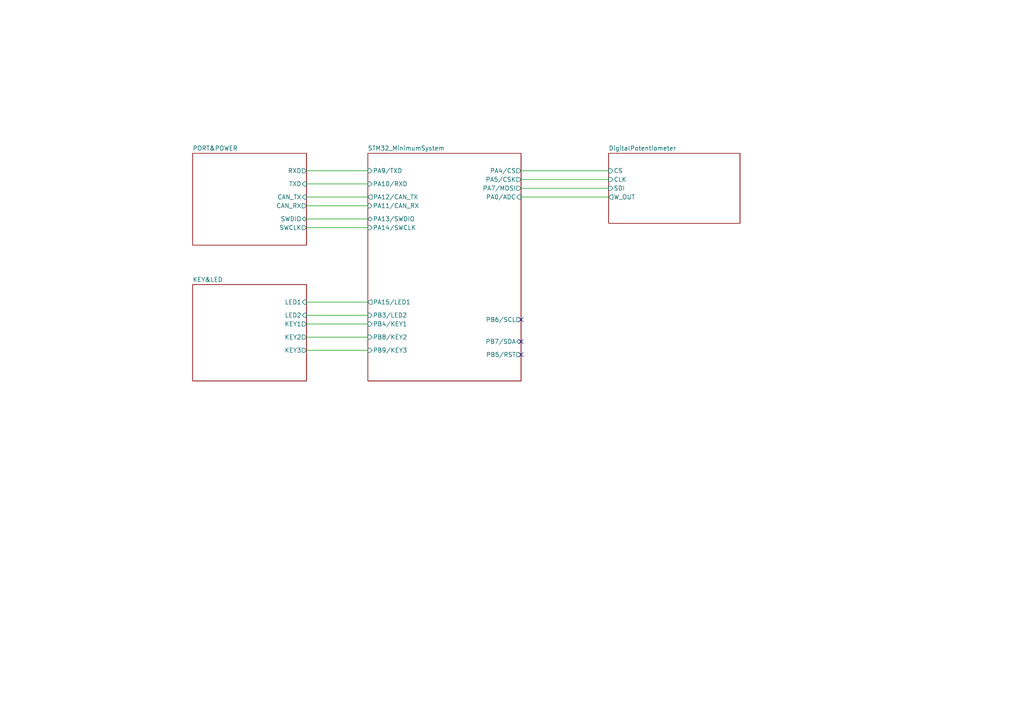
<source format=kicad_sch>
(kicad_sch (version 20211123) (generator eeschema)
  (paper "A4")
  (lib_symbols)
  (no_connect (at 151.13 102.87))
  (no_connect (at 151.13 92.71))
  (no_connect (at 151.13 99.06))
  (wire (pts (xy 88.9 87.63) (xy 106.68 87.63)))
  (wire (pts (xy 88.9 63.5) (xy 106.68 63.5)))
  (wire (pts (xy 151.13 54.61) (xy 176.53 54.61)))
  (wire (pts (xy 151.13 49.53) (xy 176.53 49.53)))
  (wire (pts (xy 151.13 57.15) (xy 176.53 57.15)))
  (wire (pts (xy 151.13 52.07) (xy 176.53 52.07)))
  (wire (pts (xy 106.68 91.44) (xy 88.9 91.44)))
  (wire (pts (xy 88.9 57.15) (xy 106.68 57.15)))
  (wire (pts (xy 88.9 59.69) (xy 106.68 59.69)))
  (wire (pts (xy 88.9 101.6) (xy 106.68 101.6)))
  (wire (pts (xy 88.9 49.53) (xy 106.68 49.53)))
  (wire (pts (xy 88.9 93.98) (xy 106.68 93.98)))
  (wire (pts (xy 88.9 53.34) (xy 106.68 53.34)))
  (wire (pts (xy 88.9 66.04) (xy 106.68 66.04)))
  (wire (pts (xy 88.9 97.79) (xy 106.68 97.79)))
  (sheet (at 106.68 44.45) (size 44.45 66.04) (stroke (width 0.1524))
    (property "Sheet name" "STM32_MinimumSystem" (at 106.68 43.7384 0) (effects (justify left bottom)))
    (property "Sheet file" "STM32_MinimumSystem.kicad_sch" (effects hide))
    (pin "PA10{slash}RXD" input (at 106.68 53.34 180))
    (pin "PA11{slash}CAN_RX" input (at 106.68 59.69 180))
    (pin "PA9{slash}TXD" input (at 106.68 49.53 180))
    (pin "PA12{slash}CAN_TX" output (at 106.68 57.15 180))
    (pin "PA14{slash}SWCLK" input (at 106.68 66.04 180))
    (pin "PA4{slash}CS" output (at 151.13 49.53 0))
    (pin "PB3{slash}LED2" input (at 106.68 91.44 180))
    (pin "PA5{slash}CSK" output (at 151.13 52.07 0))
    (pin "PA0{slash}ADC" input (at 151.13 57.15 0))
    (pin "PA15{slash}LED1" output (at 106.68 87.63 180))
    (pin "PA7{slash}MOSI" output (at 151.13 54.61 0))
    (pin "PB7{slash}SDA" bidirectional (at 151.13 99.06 0))
    (pin "PB6{slash}SCL" output (at 151.13 92.71 0))
    (pin "PB4{slash}KEY1" input (at 106.68 93.98 180))
    (pin "PB9{slash}KEY3" input (at 106.68 101.6 180))
    (pin "PB5{slash}RST" output (at 151.13 102.87 0))
    (pin "PB8{slash}KEY2" input (at 106.68 97.79 180))
    (pin "PA13{slash}SWDIO" bidirectional (at 106.68 63.5 180))
  )
  (sheet (at 176.53 44.45) (size 38.1 20.32) (stroke (width 0.1524))
    (property "Sheet name" "DigitalPotentiometer" (at 176.53 43.7384 0) (effects (justify left bottom)))
    (property "Sheet file" "DigitalPotentiometer.kicad_sch" (effects hide))
    (pin "W_OUT" output (at 176.53 57.15 180))
    (pin "CS" input (at 176.53 49.53 180))
    (pin "CLK" input (at 176.53 52.07 180))
    (pin "SDI" input (at 176.53 54.61 180))
  )
  (sheet (at 55.88 44.45) (size 33.02 26.67) (stroke (width 0.1524))
    (property "Sheet name" "PORT&POWER" (at 55.88 43.7384 0) (effects (justify left bottom)))
    (property "Sheet file" "PORT&POWER.kicad_sch" (at 55.88 71.1966 0) (effects (font (size 0 0)) (justify left top)))
    (pin "CAN_RX" output (at 88.9 59.69 0))
    (pin "CAN_TX" input (at 88.9 57.15 0))
    (pin "RXD" output (at 88.9 49.53 0))
    (pin "TXD" input (at 88.9 53.34 0))
    (pin "SWCLK" output (at 88.9 66.04 0))
    (pin "SWDIO" bidirectional (at 88.9 63.5 0))
  )
  (sheet (at 55.88 82.55) (size 33.02 27.94) (stroke (width 0.1524))
    (property "Sheet name" "KEY&LED" (at 55.88 81.8384 0) (effects (justify left bottom)))
    (property "Sheet file" "KEY&LED.kicad_sch" (effects hide))
    (pin "KEY3" output (at 88.9 101.6 0))
    (pin "LED2" input (at 88.9 91.44 0))
    (pin "LED1" input (at 88.9 87.63 0))
    (pin "KEY1" output (at 88.9 93.98 0))
    (pin "KEY2" output (at 88.9 97.79 0))
  )
)
</source>
